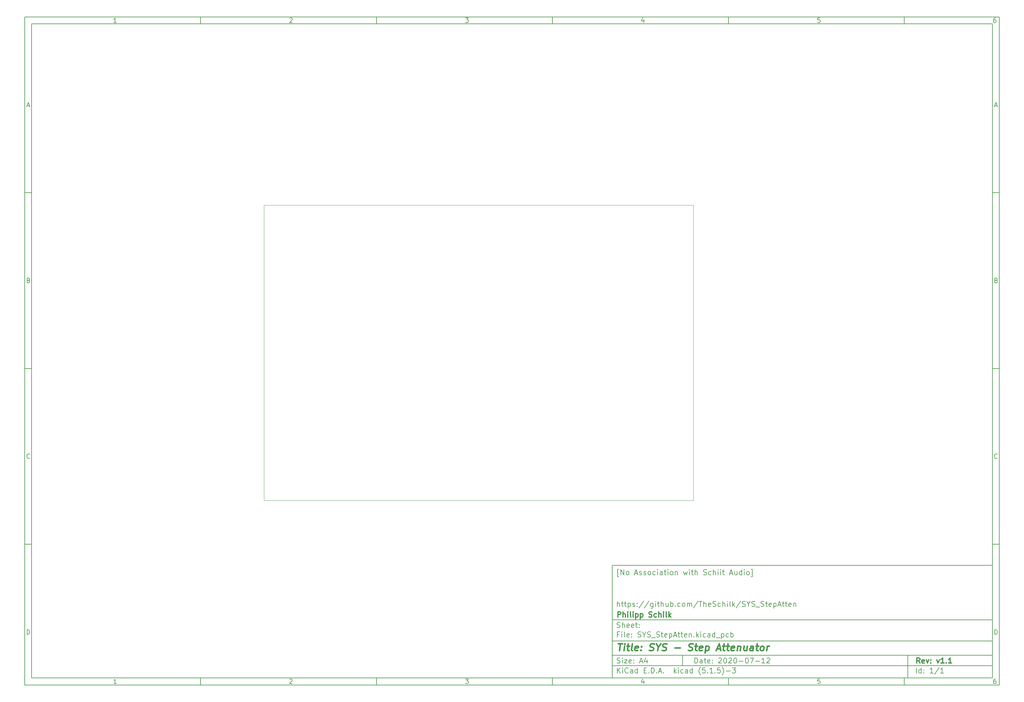
<source format=gbr>
G04 #@! TF.GenerationSoftware,KiCad,Pcbnew,(5.1.5)-3*
G04 #@! TF.CreationDate,2020-08-29T21:14:34+02:00*
G04 #@! TF.ProjectId,SYS_StepAtten,5359535f-5374-4657-9041-7474656e2e6b,v1.1*
G04 #@! TF.SameCoordinates,Original*
G04 #@! TF.FileFunction,Paste,Bot*
G04 #@! TF.FilePolarity,Positive*
%FSLAX46Y46*%
G04 Gerber Fmt 4.6, Leading zero omitted, Abs format (unit mm)*
G04 Created by KiCad (PCBNEW (5.1.5)-3) date 2020-08-29 21:14:34*
%MOMM*%
%LPD*%
G04 APERTURE LIST*
%ADD10C,0.100000*%
%ADD11C,0.150000*%
%ADD12C,0.300000*%
%ADD13C,0.400000*%
%ADD14C,0.050000*%
G04 APERTURE END LIST*
D10*
D11*
X177002200Y-166007200D02*
X177002200Y-198007200D01*
X285002200Y-198007200D01*
X285002200Y-166007200D01*
X177002200Y-166007200D01*
D10*
D11*
X10000000Y-10000000D02*
X10000000Y-200007200D01*
X287002200Y-200007200D01*
X287002200Y-10000000D01*
X10000000Y-10000000D01*
D10*
D11*
X12000000Y-12000000D02*
X12000000Y-198007200D01*
X285002200Y-198007200D01*
X285002200Y-12000000D01*
X12000000Y-12000000D01*
D10*
D11*
X60000000Y-12000000D02*
X60000000Y-10000000D01*
D10*
D11*
X110000000Y-12000000D02*
X110000000Y-10000000D01*
D10*
D11*
X160000000Y-12000000D02*
X160000000Y-10000000D01*
D10*
D11*
X210000000Y-12000000D02*
X210000000Y-10000000D01*
D10*
D11*
X260000000Y-12000000D02*
X260000000Y-10000000D01*
D10*
D11*
X36065476Y-11588095D02*
X35322619Y-11588095D01*
X35694047Y-11588095D02*
X35694047Y-10288095D01*
X35570238Y-10473809D01*
X35446428Y-10597619D01*
X35322619Y-10659523D01*
D10*
D11*
X85322619Y-10411904D02*
X85384523Y-10350000D01*
X85508333Y-10288095D01*
X85817857Y-10288095D01*
X85941666Y-10350000D01*
X86003571Y-10411904D01*
X86065476Y-10535714D01*
X86065476Y-10659523D01*
X86003571Y-10845238D01*
X85260714Y-11588095D01*
X86065476Y-11588095D01*
D10*
D11*
X135260714Y-10288095D02*
X136065476Y-10288095D01*
X135632142Y-10783333D01*
X135817857Y-10783333D01*
X135941666Y-10845238D01*
X136003571Y-10907142D01*
X136065476Y-11030952D01*
X136065476Y-11340476D01*
X136003571Y-11464285D01*
X135941666Y-11526190D01*
X135817857Y-11588095D01*
X135446428Y-11588095D01*
X135322619Y-11526190D01*
X135260714Y-11464285D01*
D10*
D11*
X185941666Y-10721428D02*
X185941666Y-11588095D01*
X185632142Y-10226190D02*
X185322619Y-11154761D01*
X186127380Y-11154761D01*
D10*
D11*
X236003571Y-10288095D02*
X235384523Y-10288095D01*
X235322619Y-10907142D01*
X235384523Y-10845238D01*
X235508333Y-10783333D01*
X235817857Y-10783333D01*
X235941666Y-10845238D01*
X236003571Y-10907142D01*
X236065476Y-11030952D01*
X236065476Y-11340476D01*
X236003571Y-11464285D01*
X235941666Y-11526190D01*
X235817857Y-11588095D01*
X235508333Y-11588095D01*
X235384523Y-11526190D01*
X235322619Y-11464285D01*
D10*
D11*
X285941666Y-10288095D02*
X285694047Y-10288095D01*
X285570238Y-10350000D01*
X285508333Y-10411904D01*
X285384523Y-10597619D01*
X285322619Y-10845238D01*
X285322619Y-11340476D01*
X285384523Y-11464285D01*
X285446428Y-11526190D01*
X285570238Y-11588095D01*
X285817857Y-11588095D01*
X285941666Y-11526190D01*
X286003571Y-11464285D01*
X286065476Y-11340476D01*
X286065476Y-11030952D01*
X286003571Y-10907142D01*
X285941666Y-10845238D01*
X285817857Y-10783333D01*
X285570238Y-10783333D01*
X285446428Y-10845238D01*
X285384523Y-10907142D01*
X285322619Y-11030952D01*
D10*
D11*
X60000000Y-198007200D02*
X60000000Y-200007200D01*
D10*
D11*
X110000000Y-198007200D02*
X110000000Y-200007200D01*
D10*
D11*
X160000000Y-198007200D02*
X160000000Y-200007200D01*
D10*
D11*
X210000000Y-198007200D02*
X210000000Y-200007200D01*
D10*
D11*
X260000000Y-198007200D02*
X260000000Y-200007200D01*
D10*
D11*
X36065476Y-199595295D02*
X35322619Y-199595295D01*
X35694047Y-199595295D02*
X35694047Y-198295295D01*
X35570238Y-198481009D01*
X35446428Y-198604819D01*
X35322619Y-198666723D01*
D10*
D11*
X85322619Y-198419104D02*
X85384523Y-198357200D01*
X85508333Y-198295295D01*
X85817857Y-198295295D01*
X85941666Y-198357200D01*
X86003571Y-198419104D01*
X86065476Y-198542914D01*
X86065476Y-198666723D01*
X86003571Y-198852438D01*
X85260714Y-199595295D01*
X86065476Y-199595295D01*
D10*
D11*
X135260714Y-198295295D02*
X136065476Y-198295295D01*
X135632142Y-198790533D01*
X135817857Y-198790533D01*
X135941666Y-198852438D01*
X136003571Y-198914342D01*
X136065476Y-199038152D01*
X136065476Y-199347676D01*
X136003571Y-199471485D01*
X135941666Y-199533390D01*
X135817857Y-199595295D01*
X135446428Y-199595295D01*
X135322619Y-199533390D01*
X135260714Y-199471485D01*
D10*
D11*
X185941666Y-198728628D02*
X185941666Y-199595295D01*
X185632142Y-198233390D02*
X185322619Y-199161961D01*
X186127380Y-199161961D01*
D10*
D11*
X236003571Y-198295295D02*
X235384523Y-198295295D01*
X235322619Y-198914342D01*
X235384523Y-198852438D01*
X235508333Y-198790533D01*
X235817857Y-198790533D01*
X235941666Y-198852438D01*
X236003571Y-198914342D01*
X236065476Y-199038152D01*
X236065476Y-199347676D01*
X236003571Y-199471485D01*
X235941666Y-199533390D01*
X235817857Y-199595295D01*
X235508333Y-199595295D01*
X235384523Y-199533390D01*
X235322619Y-199471485D01*
D10*
D11*
X285941666Y-198295295D02*
X285694047Y-198295295D01*
X285570238Y-198357200D01*
X285508333Y-198419104D01*
X285384523Y-198604819D01*
X285322619Y-198852438D01*
X285322619Y-199347676D01*
X285384523Y-199471485D01*
X285446428Y-199533390D01*
X285570238Y-199595295D01*
X285817857Y-199595295D01*
X285941666Y-199533390D01*
X286003571Y-199471485D01*
X286065476Y-199347676D01*
X286065476Y-199038152D01*
X286003571Y-198914342D01*
X285941666Y-198852438D01*
X285817857Y-198790533D01*
X285570238Y-198790533D01*
X285446428Y-198852438D01*
X285384523Y-198914342D01*
X285322619Y-199038152D01*
D10*
D11*
X10000000Y-60000000D02*
X12000000Y-60000000D01*
D10*
D11*
X10000000Y-110000000D02*
X12000000Y-110000000D01*
D10*
D11*
X10000000Y-160000000D02*
X12000000Y-160000000D01*
D10*
D11*
X10690476Y-35216666D02*
X11309523Y-35216666D01*
X10566666Y-35588095D02*
X11000000Y-34288095D01*
X11433333Y-35588095D01*
D10*
D11*
X11092857Y-84907142D02*
X11278571Y-84969047D01*
X11340476Y-85030952D01*
X11402380Y-85154761D01*
X11402380Y-85340476D01*
X11340476Y-85464285D01*
X11278571Y-85526190D01*
X11154761Y-85588095D01*
X10659523Y-85588095D01*
X10659523Y-84288095D01*
X11092857Y-84288095D01*
X11216666Y-84350000D01*
X11278571Y-84411904D01*
X11340476Y-84535714D01*
X11340476Y-84659523D01*
X11278571Y-84783333D01*
X11216666Y-84845238D01*
X11092857Y-84907142D01*
X10659523Y-84907142D01*
D10*
D11*
X11402380Y-135464285D02*
X11340476Y-135526190D01*
X11154761Y-135588095D01*
X11030952Y-135588095D01*
X10845238Y-135526190D01*
X10721428Y-135402380D01*
X10659523Y-135278571D01*
X10597619Y-135030952D01*
X10597619Y-134845238D01*
X10659523Y-134597619D01*
X10721428Y-134473809D01*
X10845238Y-134350000D01*
X11030952Y-134288095D01*
X11154761Y-134288095D01*
X11340476Y-134350000D01*
X11402380Y-134411904D01*
D10*
D11*
X10659523Y-185588095D02*
X10659523Y-184288095D01*
X10969047Y-184288095D01*
X11154761Y-184350000D01*
X11278571Y-184473809D01*
X11340476Y-184597619D01*
X11402380Y-184845238D01*
X11402380Y-185030952D01*
X11340476Y-185278571D01*
X11278571Y-185402380D01*
X11154761Y-185526190D01*
X10969047Y-185588095D01*
X10659523Y-185588095D01*
D10*
D11*
X287002200Y-60000000D02*
X285002200Y-60000000D01*
D10*
D11*
X287002200Y-110000000D02*
X285002200Y-110000000D01*
D10*
D11*
X287002200Y-160000000D02*
X285002200Y-160000000D01*
D10*
D11*
X285692676Y-35216666D02*
X286311723Y-35216666D01*
X285568866Y-35588095D02*
X286002200Y-34288095D01*
X286435533Y-35588095D01*
D10*
D11*
X286095057Y-84907142D02*
X286280771Y-84969047D01*
X286342676Y-85030952D01*
X286404580Y-85154761D01*
X286404580Y-85340476D01*
X286342676Y-85464285D01*
X286280771Y-85526190D01*
X286156961Y-85588095D01*
X285661723Y-85588095D01*
X285661723Y-84288095D01*
X286095057Y-84288095D01*
X286218866Y-84350000D01*
X286280771Y-84411904D01*
X286342676Y-84535714D01*
X286342676Y-84659523D01*
X286280771Y-84783333D01*
X286218866Y-84845238D01*
X286095057Y-84907142D01*
X285661723Y-84907142D01*
D10*
D11*
X286404580Y-135464285D02*
X286342676Y-135526190D01*
X286156961Y-135588095D01*
X286033152Y-135588095D01*
X285847438Y-135526190D01*
X285723628Y-135402380D01*
X285661723Y-135278571D01*
X285599819Y-135030952D01*
X285599819Y-134845238D01*
X285661723Y-134597619D01*
X285723628Y-134473809D01*
X285847438Y-134350000D01*
X286033152Y-134288095D01*
X286156961Y-134288095D01*
X286342676Y-134350000D01*
X286404580Y-134411904D01*
D10*
D11*
X285661723Y-185588095D02*
X285661723Y-184288095D01*
X285971247Y-184288095D01*
X286156961Y-184350000D01*
X286280771Y-184473809D01*
X286342676Y-184597619D01*
X286404580Y-184845238D01*
X286404580Y-185030952D01*
X286342676Y-185278571D01*
X286280771Y-185402380D01*
X286156961Y-185526190D01*
X285971247Y-185588095D01*
X285661723Y-185588095D01*
D10*
D11*
X200434342Y-193785771D02*
X200434342Y-192285771D01*
X200791485Y-192285771D01*
X201005771Y-192357200D01*
X201148628Y-192500057D01*
X201220057Y-192642914D01*
X201291485Y-192928628D01*
X201291485Y-193142914D01*
X201220057Y-193428628D01*
X201148628Y-193571485D01*
X201005771Y-193714342D01*
X200791485Y-193785771D01*
X200434342Y-193785771D01*
X202577200Y-193785771D02*
X202577200Y-193000057D01*
X202505771Y-192857200D01*
X202362914Y-192785771D01*
X202077200Y-192785771D01*
X201934342Y-192857200D01*
X202577200Y-193714342D02*
X202434342Y-193785771D01*
X202077200Y-193785771D01*
X201934342Y-193714342D01*
X201862914Y-193571485D01*
X201862914Y-193428628D01*
X201934342Y-193285771D01*
X202077200Y-193214342D01*
X202434342Y-193214342D01*
X202577200Y-193142914D01*
X203077200Y-192785771D02*
X203648628Y-192785771D01*
X203291485Y-192285771D02*
X203291485Y-193571485D01*
X203362914Y-193714342D01*
X203505771Y-193785771D01*
X203648628Y-193785771D01*
X204720057Y-193714342D02*
X204577200Y-193785771D01*
X204291485Y-193785771D01*
X204148628Y-193714342D01*
X204077200Y-193571485D01*
X204077200Y-193000057D01*
X204148628Y-192857200D01*
X204291485Y-192785771D01*
X204577200Y-192785771D01*
X204720057Y-192857200D01*
X204791485Y-193000057D01*
X204791485Y-193142914D01*
X204077200Y-193285771D01*
X205434342Y-193642914D02*
X205505771Y-193714342D01*
X205434342Y-193785771D01*
X205362914Y-193714342D01*
X205434342Y-193642914D01*
X205434342Y-193785771D01*
X205434342Y-192857200D02*
X205505771Y-192928628D01*
X205434342Y-193000057D01*
X205362914Y-192928628D01*
X205434342Y-192857200D01*
X205434342Y-193000057D01*
X207220057Y-192428628D02*
X207291485Y-192357200D01*
X207434342Y-192285771D01*
X207791485Y-192285771D01*
X207934342Y-192357200D01*
X208005771Y-192428628D01*
X208077200Y-192571485D01*
X208077200Y-192714342D01*
X208005771Y-192928628D01*
X207148628Y-193785771D01*
X208077200Y-193785771D01*
X209005771Y-192285771D02*
X209148628Y-192285771D01*
X209291485Y-192357200D01*
X209362914Y-192428628D01*
X209434342Y-192571485D01*
X209505771Y-192857200D01*
X209505771Y-193214342D01*
X209434342Y-193500057D01*
X209362914Y-193642914D01*
X209291485Y-193714342D01*
X209148628Y-193785771D01*
X209005771Y-193785771D01*
X208862914Y-193714342D01*
X208791485Y-193642914D01*
X208720057Y-193500057D01*
X208648628Y-193214342D01*
X208648628Y-192857200D01*
X208720057Y-192571485D01*
X208791485Y-192428628D01*
X208862914Y-192357200D01*
X209005771Y-192285771D01*
X210077200Y-192428628D02*
X210148628Y-192357200D01*
X210291485Y-192285771D01*
X210648628Y-192285771D01*
X210791485Y-192357200D01*
X210862914Y-192428628D01*
X210934342Y-192571485D01*
X210934342Y-192714342D01*
X210862914Y-192928628D01*
X210005771Y-193785771D01*
X210934342Y-193785771D01*
X211862914Y-192285771D02*
X212005771Y-192285771D01*
X212148628Y-192357200D01*
X212220057Y-192428628D01*
X212291485Y-192571485D01*
X212362914Y-192857200D01*
X212362914Y-193214342D01*
X212291485Y-193500057D01*
X212220057Y-193642914D01*
X212148628Y-193714342D01*
X212005771Y-193785771D01*
X211862914Y-193785771D01*
X211720057Y-193714342D01*
X211648628Y-193642914D01*
X211577200Y-193500057D01*
X211505771Y-193214342D01*
X211505771Y-192857200D01*
X211577200Y-192571485D01*
X211648628Y-192428628D01*
X211720057Y-192357200D01*
X211862914Y-192285771D01*
X213005771Y-193214342D02*
X214148628Y-193214342D01*
X215148628Y-192285771D02*
X215291485Y-192285771D01*
X215434342Y-192357200D01*
X215505771Y-192428628D01*
X215577200Y-192571485D01*
X215648628Y-192857200D01*
X215648628Y-193214342D01*
X215577200Y-193500057D01*
X215505771Y-193642914D01*
X215434342Y-193714342D01*
X215291485Y-193785771D01*
X215148628Y-193785771D01*
X215005771Y-193714342D01*
X214934342Y-193642914D01*
X214862914Y-193500057D01*
X214791485Y-193214342D01*
X214791485Y-192857200D01*
X214862914Y-192571485D01*
X214934342Y-192428628D01*
X215005771Y-192357200D01*
X215148628Y-192285771D01*
X216148628Y-192285771D02*
X217148628Y-192285771D01*
X216505771Y-193785771D01*
X217720057Y-193214342D02*
X218862914Y-193214342D01*
X220362914Y-193785771D02*
X219505771Y-193785771D01*
X219934342Y-193785771D02*
X219934342Y-192285771D01*
X219791485Y-192500057D01*
X219648628Y-192642914D01*
X219505771Y-192714342D01*
X220934342Y-192428628D02*
X221005771Y-192357200D01*
X221148628Y-192285771D01*
X221505771Y-192285771D01*
X221648628Y-192357200D01*
X221720057Y-192428628D01*
X221791485Y-192571485D01*
X221791485Y-192714342D01*
X221720057Y-192928628D01*
X220862914Y-193785771D01*
X221791485Y-193785771D01*
D10*
D11*
X177002200Y-194507200D02*
X285002200Y-194507200D01*
D10*
D11*
X178434342Y-196585771D02*
X178434342Y-195085771D01*
X179291485Y-196585771D02*
X178648628Y-195728628D01*
X179291485Y-195085771D02*
X178434342Y-195942914D01*
X179934342Y-196585771D02*
X179934342Y-195585771D01*
X179934342Y-195085771D02*
X179862914Y-195157200D01*
X179934342Y-195228628D01*
X180005771Y-195157200D01*
X179934342Y-195085771D01*
X179934342Y-195228628D01*
X181505771Y-196442914D02*
X181434342Y-196514342D01*
X181220057Y-196585771D01*
X181077200Y-196585771D01*
X180862914Y-196514342D01*
X180720057Y-196371485D01*
X180648628Y-196228628D01*
X180577200Y-195942914D01*
X180577200Y-195728628D01*
X180648628Y-195442914D01*
X180720057Y-195300057D01*
X180862914Y-195157200D01*
X181077200Y-195085771D01*
X181220057Y-195085771D01*
X181434342Y-195157200D01*
X181505771Y-195228628D01*
X182791485Y-196585771D02*
X182791485Y-195800057D01*
X182720057Y-195657200D01*
X182577200Y-195585771D01*
X182291485Y-195585771D01*
X182148628Y-195657200D01*
X182791485Y-196514342D02*
X182648628Y-196585771D01*
X182291485Y-196585771D01*
X182148628Y-196514342D01*
X182077200Y-196371485D01*
X182077200Y-196228628D01*
X182148628Y-196085771D01*
X182291485Y-196014342D01*
X182648628Y-196014342D01*
X182791485Y-195942914D01*
X184148628Y-196585771D02*
X184148628Y-195085771D01*
X184148628Y-196514342D02*
X184005771Y-196585771D01*
X183720057Y-196585771D01*
X183577200Y-196514342D01*
X183505771Y-196442914D01*
X183434342Y-196300057D01*
X183434342Y-195871485D01*
X183505771Y-195728628D01*
X183577200Y-195657200D01*
X183720057Y-195585771D01*
X184005771Y-195585771D01*
X184148628Y-195657200D01*
X186005771Y-195800057D02*
X186505771Y-195800057D01*
X186720057Y-196585771D02*
X186005771Y-196585771D01*
X186005771Y-195085771D01*
X186720057Y-195085771D01*
X187362914Y-196442914D02*
X187434342Y-196514342D01*
X187362914Y-196585771D01*
X187291485Y-196514342D01*
X187362914Y-196442914D01*
X187362914Y-196585771D01*
X188077200Y-196585771D02*
X188077200Y-195085771D01*
X188434342Y-195085771D01*
X188648628Y-195157200D01*
X188791485Y-195300057D01*
X188862914Y-195442914D01*
X188934342Y-195728628D01*
X188934342Y-195942914D01*
X188862914Y-196228628D01*
X188791485Y-196371485D01*
X188648628Y-196514342D01*
X188434342Y-196585771D01*
X188077200Y-196585771D01*
X189577200Y-196442914D02*
X189648628Y-196514342D01*
X189577200Y-196585771D01*
X189505771Y-196514342D01*
X189577200Y-196442914D01*
X189577200Y-196585771D01*
X190220057Y-196157200D02*
X190934342Y-196157200D01*
X190077200Y-196585771D02*
X190577200Y-195085771D01*
X191077200Y-196585771D01*
X191577200Y-196442914D02*
X191648628Y-196514342D01*
X191577200Y-196585771D01*
X191505771Y-196514342D01*
X191577200Y-196442914D01*
X191577200Y-196585771D01*
X194577200Y-196585771D02*
X194577200Y-195085771D01*
X194720057Y-196014342D02*
X195148628Y-196585771D01*
X195148628Y-195585771D02*
X194577200Y-196157200D01*
X195791485Y-196585771D02*
X195791485Y-195585771D01*
X195791485Y-195085771D02*
X195720057Y-195157200D01*
X195791485Y-195228628D01*
X195862914Y-195157200D01*
X195791485Y-195085771D01*
X195791485Y-195228628D01*
X197148628Y-196514342D02*
X197005771Y-196585771D01*
X196720057Y-196585771D01*
X196577200Y-196514342D01*
X196505771Y-196442914D01*
X196434342Y-196300057D01*
X196434342Y-195871485D01*
X196505771Y-195728628D01*
X196577200Y-195657200D01*
X196720057Y-195585771D01*
X197005771Y-195585771D01*
X197148628Y-195657200D01*
X198434342Y-196585771D02*
X198434342Y-195800057D01*
X198362914Y-195657200D01*
X198220057Y-195585771D01*
X197934342Y-195585771D01*
X197791485Y-195657200D01*
X198434342Y-196514342D02*
X198291485Y-196585771D01*
X197934342Y-196585771D01*
X197791485Y-196514342D01*
X197720057Y-196371485D01*
X197720057Y-196228628D01*
X197791485Y-196085771D01*
X197934342Y-196014342D01*
X198291485Y-196014342D01*
X198434342Y-195942914D01*
X199791485Y-196585771D02*
X199791485Y-195085771D01*
X199791485Y-196514342D02*
X199648628Y-196585771D01*
X199362914Y-196585771D01*
X199220057Y-196514342D01*
X199148628Y-196442914D01*
X199077200Y-196300057D01*
X199077200Y-195871485D01*
X199148628Y-195728628D01*
X199220057Y-195657200D01*
X199362914Y-195585771D01*
X199648628Y-195585771D01*
X199791485Y-195657200D01*
X202077200Y-197157200D02*
X202005771Y-197085771D01*
X201862914Y-196871485D01*
X201791485Y-196728628D01*
X201720057Y-196514342D01*
X201648628Y-196157200D01*
X201648628Y-195871485D01*
X201720057Y-195514342D01*
X201791485Y-195300057D01*
X201862914Y-195157200D01*
X202005771Y-194942914D01*
X202077200Y-194871485D01*
X203362914Y-195085771D02*
X202648628Y-195085771D01*
X202577200Y-195800057D01*
X202648628Y-195728628D01*
X202791485Y-195657200D01*
X203148628Y-195657200D01*
X203291485Y-195728628D01*
X203362914Y-195800057D01*
X203434342Y-195942914D01*
X203434342Y-196300057D01*
X203362914Y-196442914D01*
X203291485Y-196514342D01*
X203148628Y-196585771D01*
X202791485Y-196585771D01*
X202648628Y-196514342D01*
X202577200Y-196442914D01*
X204077200Y-196442914D02*
X204148628Y-196514342D01*
X204077200Y-196585771D01*
X204005771Y-196514342D01*
X204077200Y-196442914D01*
X204077200Y-196585771D01*
X205577200Y-196585771D02*
X204720057Y-196585771D01*
X205148628Y-196585771D02*
X205148628Y-195085771D01*
X205005771Y-195300057D01*
X204862914Y-195442914D01*
X204720057Y-195514342D01*
X206220057Y-196442914D02*
X206291485Y-196514342D01*
X206220057Y-196585771D01*
X206148628Y-196514342D01*
X206220057Y-196442914D01*
X206220057Y-196585771D01*
X207648628Y-195085771D02*
X206934342Y-195085771D01*
X206862914Y-195800057D01*
X206934342Y-195728628D01*
X207077200Y-195657200D01*
X207434342Y-195657200D01*
X207577200Y-195728628D01*
X207648628Y-195800057D01*
X207720057Y-195942914D01*
X207720057Y-196300057D01*
X207648628Y-196442914D01*
X207577200Y-196514342D01*
X207434342Y-196585771D01*
X207077200Y-196585771D01*
X206934342Y-196514342D01*
X206862914Y-196442914D01*
X208220057Y-197157200D02*
X208291485Y-197085771D01*
X208434342Y-196871485D01*
X208505771Y-196728628D01*
X208577200Y-196514342D01*
X208648628Y-196157200D01*
X208648628Y-195871485D01*
X208577200Y-195514342D01*
X208505771Y-195300057D01*
X208434342Y-195157200D01*
X208291485Y-194942914D01*
X208220057Y-194871485D01*
X209362914Y-196014342D02*
X210505771Y-196014342D01*
X211077200Y-195085771D02*
X212005771Y-195085771D01*
X211505771Y-195657200D01*
X211720057Y-195657200D01*
X211862914Y-195728628D01*
X211934342Y-195800057D01*
X212005771Y-195942914D01*
X212005771Y-196300057D01*
X211934342Y-196442914D01*
X211862914Y-196514342D01*
X211720057Y-196585771D01*
X211291485Y-196585771D01*
X211148628Y-196514342D01*
X211077200Y-196442914D01*
D10*
D11*
X177002200Y-191507200D02*
X285002200Y-191507200D01*
D10*
D12*
X264411485Y-193785771D02*
X263911485Y-193071485D01*
X263554342Y-193785771D02*
X263554342Y-192285771D01*
X264125771Y-192285771D01*
X264268628Y-192357200D01*
X264340057Y-192428628D01*
X264411485Y-192571485D01*
X264411485Y-192785771D01*
X264340057Y-192928628D01*
X264268628Y-193000057D01*
X264125771Y-193071485D01*
X263554342Y-193071485D01*
X265625771Y-193714342D02*
X265482914Y-193785771D01*
X265197200Y-193785771D01*
X265054342Y-193714342D01*
X264982914Y-193571485D01*
X264982914Y-193000057D01*
X265054342Y-192857200D01*
X265197200Y-192785771D01*
X265482914Y-192785771D01*
X265625771Y-192857200D01*
X265697200Y-193000057D01*
X265697200Y-193142914D01*
X264982914Y-193285771D01*
X266197200Y-192785771D02*
X266554342Y-193785771D01*
X266911485Y-192785771D01*
X267482914Y-193642914D02*
X267554342Y-193714342D01*
X267482914Y-193785771D01*
X267411485Y-193714342D01*
X267482914Y-193642914D01*
X267482914Y-193785771D01*
X267482914Y-192857200D02*
X267554342Y-192928628D01*
X267482914Y-193000057D01*
X267411485Y-192928628D01*
X267482914Y-192857200D01*
X267482914Y-193000057D01*
X269197200Y-192785771D02*
X269554342Y-193785771D01*
X269911485Y-192785771D01*
X271268628Y-193785771D02*
X270411485Y-193785771D01*
X270840057Y-193785771D02*
X270840057Y-192285771D01*
X270697200Y-192500057D01*
X270554342Y-192642914D01*
X270411485Y-192714342D01*
X271911485Y-193642914D02*
X271982914Y-193714342D01*
X271911485Y-193785771D01*
X271840057Y-193714342D01*
X271911485Y-193642914D01*
X271911485Y-193785771D01*
X273411485Y-193785771D02*
X272554342Y-193785771D01*
X272982914Y-193785771D02*
X272982914Y-192285771D01*
X272840057Y-192500057D01*
X272697200Y-192642914D01*
X272554342Y-192714342D01*
D10*
D11*
X178362914Y-193714342D02*
X178577200Y-193785771D01*
X178934342Y-193785771D01*
X179077200Y-193714342D01*
X179148628Y-193642914D01*
X179220057Y-193500057D01*
X179220057Y-193357200D01*
X179148628Y-193214342D01*
X179077200Y-193142914D01*
X178934342Y-193071485D01*
X178648628Y-193000057D01*
X178505771Y-192928628D01*
X178434342Y-192857200D01*
X178362914Y-192714342D01*
X178362914Y-192571485D01*
X178434342Y-192428628D01*
X178505771Y-192357200D01*
X178648628Y-192285771D01*
X179005771Y-192285771D01*
X179220057Y-192357200D01*
X179862914Y-193785771D02*
X179862914Y-192785771D01*
X179862914Y-192285771D02*
X179791485Y-192357200D01*
X179862914Y-192428628D01*
X179934342Y-192357200D01*
X179862914Y-192285771D01*
X179862914Y-192428628D01*
X180434342Y-192785771D02*
X181220057Y-192785771D01*
X180434342Y-193785771D01*
X181220057Y-193785771D01*
X182362914Y-193714342D02*
X182220057Y-193785771D01*
X181934342Y-193785771D01*
X181791485Y-193714342D01*
X181720057Y-193571485D01*
X181720057Y-193000057D01*
X181791485Y-192857200D01*
X181934342Y-192785771D01*
X182220057Y-192785771D01*
X182362914Y-192857200D01*
X182434342Y-193000057D01*
X182434342Y-193142914D01*
X181720057Y-193285771D01*
X183077200Y-193642914D02*
X183148628Y-193714342D01*
X183077200Y-193785771D01*
X183005771Y-193714342D01*
X183077200Y-193642914D01*
X183077200Y-193785771D01*
X183077200Y-192857200D02*
X183148628Y-192928628D01*
X183077200Y-193000057D01*
X183005771Y-192928628D01*
X183077200Y-192857200D01*
X183077200Y-193000057D01*
X184862914Y-193357200D02*
X185577200Y-193357200D01*
X184720057Y-193785771D02*
X185220057Y-192285771D01*
X185720057Y-193785771D01*
X186862914Y-192785771D02*
X186862914Y-193785771D01*
X186505771Y-192214342D02*
X186148628Y-193285771D01*
X187077200Y-193285771D01*
D10*
D11*
X263434342Y-196585771D02*
X263434342Y-195085771D01*
X264791485Y-196585771D02*
X264791485Y-195085771D01*
X264791485Y-196514342D02*
X264648628Y-196585771D01*
X264362914Y-196585771D01*
X264220057Y-196514342D01*
X264148628Y-196442914D01*
X264077200Y-196300057D01*
X264077200Y-195871485D01*
X264148628Y-195728628D01*
X264220057Y-195657200D01*
X264362914Y-195585771D01*
X264648628Y-195585771D01*
X264791485Y-195657200D01*
X265505771Y-196442914D02*
X265577200Y-196514342D01*
X265505771Y-196585771D01*
X265434342Y-196514342D01*
X265505771Y-196442914D01*
X265505771Y-196585771D01*
X265505771Y-195657200D02*
X265577200Y-195728628D01*
X265505771Y-195800057D01*
X265434342Y-195728628D01*
X265505771Y-195657200D01*
X265505771Y-195800057D01*
X268148628Y-196585771D02*
X267291485Y-196585771D01*
X267720057Y-196585771D02*
X267720057Y-195085771D01*
X267577200Y-195300057D01*
X267434342Y-195442914D01*
X267291485Y-195514342D01*
X269862914Y-195014342D02*
X268577200Y-196942914D01*
X271148628Y-196585771D02*
X270291485Y-196585771D01*
X270720057Y-196585771D02*
X270720057Y-195085771D01*
X270577200Y-195300057D01*
X270434342Y-195442914D01*
X270291485Y-195514342D01*
D10*
D11*
X177002200Y-187507200D02*
X285002200Y-187507200D01*
D10*
D13*
X178714580Y-188211961D02*
X179857438Y-188211961D01*
X179036009Y-190211961D02*
X179286009Y-188211961D01*
X180274104Y-190211961D02*
X180440771Y-188878628D01*
X180524104Y-188211961D02*
X180416961Y-188307200D01*
X180500295Y-188402438D01*
X180607438Y-188307200D01*
X180524104Y-188211961D01*
X180500295Y-188402438D01*
X181107438Y-188878628D02*
X181869342Y-188878628D01*
X181476485Y-188211961D02*
X181262200Y-189926247D01*
X181333628Y-190116723D01*
X181512200Y-190211961D01*
X181702676Y-190211961D01*
X182655057Y-190211961D02*
X182476485Y-190116723D01*
X182405057Y-189926247D01*
X182619342Y-188211961D01*
X184190771Y-190116723D02*
X183988390Y-190211961D01*
X183607438Y-190211961D01*
X183428866Y-190116723D01*
X183357438Y-189926247D01*
X183452676Y-189164342D01*
X183571723Y-188973866D01*
X183774104Y-188878628D01*
X184155057Y-188878628D01*
X184333628Y-188973866D01*
X184405057Y-189164342D01*
X184381247Y-189354819D01*
X183405057Y-189545295D01*
X185155057Y-190021485D02*
X185238390Y-190116723D01*
X185131247Y-190211961D01*
X185047914Y-190116723D01*
X185155057Y-190021485D01*
X185131247Y-190211961D01*
X185286009Y-188973866D02*
X185369342Y-189069104D01*
X185262200Y-189164342D01*
X185178866Y-189069104D01*
X185286009Y-188973866D01*
X185262200Y-189164342D01*
X187524104Y-190116723D02*
X187797914Y-190211961D01*
X188274104Y-190211961D01*
X188476485Y-190116723D01*
X188583628Y-190021485D01*
X188702676Y-189831009D01*
X188726485Y-189640533D01*
X188655057Y-189450057D01*
X188571723Y-189354819D01*
X188393152Y-189259580D01*
X188024104Y-189164342D01*
X187845533Y-189069104D01*
X187762200Y-188973866D01*
X187690771Y-188783390D01*
X187714580Y-188592914D01*
X187833628Y-188402438D01*
X187940771Y-188307200D01*
X188143152Y-188211961D01*
X188619342Y-188211961D01*
X188893152Y-188307200D01*
X190012200Y-189259580D02*
X189893152Y-190211961D01*
X189476485Y-188211961D02*
X190012200Y-189259580D01*
X190809819Y-188211961D01*
X191143152Y-190116723D02*
X191416961Y-190211961D01*
X191893152Y-190211961D01*
X192095533Y-190116723D01*
X192202676Y-190021485D01*
X192321723Y-189831009D01*
X192345533Y-189640533D01*
X192274104Y-189450057D01*
X192190771Y-189354819D01*
X192012200Y-189259580D01*
X191643152Y-189164342D01*
X191464580Y-189069104D01*
X191381247Y-188973866D01*
X191309819Y-188783390D01*
X191333628Y-188592914D01*
X191452676Y-188402438D01*
X191559819Y-188307200D01*
X191762200Y-188211961D01*
X192238390Y-188211961D01*
X192512200Y-188307200D01*
X194750295Y-189450057D02*
X196274104Y-189450057D01*
X198571723Y-190116723D02*
X198845533Y-190211961D01*
X199321723Y-190211961D01*
X199524104Y-190116723D01*
X199631247Y-190021485D01*
X199750295Y-189831009D01*
X199774104Y-189640533D01*
X199702676Y-189450057D01*
X199619342Y-189354819D01*
X199440771Y-189259580D01*
X199071723Y-189164342D01*
X198893152Y-189069104D01*
X198809819Y-188973866D01*
X198738390Y-188783390D01*
X198762200Y-188592914D01*
X198881247Y-188402438D01*
X198988390Y-188307200D01*
X199190771Y-188211961D01*
X199666961Y-188211961D01*
X199940771Y-188307200D01*
X200440771Y-188878628D02*
X201202676Y-188878628D01*
X200809819Y-188211961D02*
X200595533Y-189926247D01*
X200666961Y-190116723D01*
X200845533Y-190211961D01*
X201036009Y-190211961D01*
X202476485Y-190116723D02*
X202274104Y-190211961D01*
X201893152Y-190211961D01*
X201714580Y-190116723D01*
X201643152Y-189926247D01*
X201738390Y-189164342D01*
X201857438Y-188973866D01*
X202059819Y-188878628D01*
X202440771Y-188878628D01*
X202619342Y-188973866D01*
X202690771Y-189164342D01*
X202666961Y-189354819D01*
X201690771Y-189545295D01*
X203583628Y-188878628D02*
X203333628Y-190878628D01*
X203571723Y-188973866D02*
X203774104Y-188878628D01*
X204155057Y-188878628D01*
X204333628Y-188973866D01*
X204416961Y-189069104D01*
X204488390Y-189259580D01*
X204416961Y-189831009D01*
X204297914Y-190021485D01*
X204190771Y-190116723D01*
X203988390Y-190211961D01*
X203607438Y-190211961D01*
X203428866Y-190116723D01*
X206726485Y-189640533D02*
X207678866Y-189640533D01*
X206464580Y-190211961D02*
X207381247Y-188211961D01*
X207797914Y-190211961D01*
X208345533Y-188878628D02*
X209107438Y-188878628D01*
X208714580Y-188211961D02*
X208500295Y-189926247D01*
X208571723Y-190116723D01*
X208750295Y-190211961D01*
X208940771Y-190211961D01*
X209488390Y-188878628D02*
X210250295Y-188878628D01*
X209857438Y-188211961D02*
X209643152Y-189926247D01*
X209714580Y-190116723D01*
X209893152Y-190211961D01*
X210083628Y-190211961D01*
X211524104Y-190116723D02*
X211321723Y-190211961D01*
X210940771Y-190211961D01*
X210762200Y-190116723D01*
X210690771Y-189926247D01*
X210786009Y-189164342D01*
X210905057Y-188973866D01*
X211107438Y-188878628D01*
X211488390Y-188878628D01*
X211666961Y-188973866D01*
X211738390Y-189164342D01*
X211714580Y-189354819D01*
X210738390Y-189545295D01*
X212631247Y-188878628D02*
X212464580Y-190211961D01*
X212607438Y-189069104D02*
X212714580Y-188973866D01*
X212916961Y-188878628D01*
X213202676Y-188878628D01*
X213381247Y-188973866D01*
X213452676Y-189164342D01*
X213321723Y-190211961D01*
X215297914Y-188878628D02*
X215131247Y-190211961D01*
X214440771Y-188878628D02*
X214309819Y-189926247D01*
X214381247Y-190116723D01*
X214559819Y-190211961D01*
X214845533Y-190211961D01*
X215047914Y-190116723D01*
X215155057Y-190021485D01*
X216940771Y-190211961D02*
X217071723Y-189164342D01*
X217000295Y-188973866D01*
X216821723Y-188878628D01*
X216440771Y-188878628D01*
X216238390Y-188973866D01*
X216952676Y-190116723D02*
X216750295Y-190211961D01*
X216274104Y-190211961D01*
X216095533Y-190116723D01*
X216024104Y-189926247D01*
X216047914Y-189735771D01*
X216166961Y-189545295D01*
X216369342Y-189450057D01*
X216845533Y-189450057D01*
X217047914Y-189354819D01*
X217774104Y-188878628D02*
X218536009Y-188878628D01*
X218143152Y-188211961D02*
X217928866Y-189926247D01*
X218000295Y-190116723D01*
X218178866Y-190211961D01*
X218369342Y-190211961D01*
X219321723Y-190211961D02*
X219143152Y-190116723D01*
X219059819Y-190021485D01*
X218988390Y-189831009D01*
X219059819Y-189259580D01*
X219178866Y-189069104D01*
X219286009Y-188973866D01*
X219488390Y-188878628D01*
X219774104Y-188878628D01*
X219952676Y-188973866D01*
X220036009Y-189069104D01*
X220107438Y-189259580D01*
X220036009Y-189831009D01*
X219916961Y-190021485D01*
X219809819Y-190116723D01*
X219607438Y-190211961D01*
X219321723Y-190211961D01*
X220845533Y-190211961D02*
X221012199Y-188878628D01*
X220964580Y-189259580D02*
X221083628Y-189069104D01*
X221190771Y-188973866D01*
X221393152Y-188878628D01*
X221583628Y-188878628D01*
D10*
D11*
X178934342Y-185600057D02*
X178434342Y-185600057D01*
X178434342Y-186385771D02*
X178434342Y-184885771D01*
X179148628Y-184885771D01*
X179720057Y-186385771D02*
X179720057Y-185385771D01*
X179720057Y-184885771D02*
X179648628Y-184957200D01*
X179720057Y-185028628D01*
X179791485Y-184957200D01*
X179720057Y-184885771D01*
X179720057Y-185028628D01*
X180648628Y-186385771D02*
X180505771Y-186314342D01*
X180434342Y-186171485D01*
X180434342Y-184885771D01*
X181791485Y-186314342D02*
X181648628Y-186385771D01*
X181362914Y-186385771D01*
X181220057Y-186314342D01*
X181148628Y-186171485D01*
X181148628Y-185600057D01*
X181220057Y-185457200D01*
X181362914Y-185385771D01*
X181648628Y-185385771D01*
X181791485Y-185457200D01*
X181862914Y-185600057D01*
X181862914Y-185742914D01*
X181148628Y-185885771D01*
X182505771Y-186242914D02*
X182577200Y-186314342D01*
X182505771Y-186385771D01*
X182434342Y-186314342D01*
X182505771Y-186242914D01*
X182505771Y-186385771D01*
X182505771Y-185457200D02*
X182577200Y-185528628D01*
X182505771Y-185600057D01*
X182434342Y-185528628D01*
X182505771Y-185457200D01*
X182505771Y-185600057D01*
X184291485Y-186314342D02*
X184505771Y-186385771D01*
X184862914Y-186385771D01*
X185005771Y-186314342D01*
X185077200Y-186242914D01*
X185148628Y-186100057D01*
X185148628Y-185957200D01*
X185077200Y-185814342D01*
X185005771Y-185742914D01*
X184862914Y-185671485D01*
X184577200Y-185600057D01*
X184434342Y-185528628D01*
X184362914Y-185457200D01*
X184291485Y-185314342D01*
X184291485Y-185171485D01*
X184362914Y-185028628D01*
X184434342Y-184957200D01*
X184577200Y-184885771D01*
X184934342Y-184885771D01*
X185148628Y-184957200D01*
X186077200Y-185671485D02*
X186077200Y-186385771D01*
X185577200Y-184885771D02*
X186077200Y-185671485D01*
X186577200Y-184885771D01*
X187005771Y-186314342D02*
X187220057Y-186385771D01*
X187577200Y-186385771D01*
X187720057Y-186314342D01*
X187791485Y-186242914D01*
X187862914Y-186100057D01*
X187862914Y-185957200D01*
X187791485Y-185814342D01*
X187720057Y-185742914D01*
X187577200Y-185671485D01*
X187291485Y-185600057D01*
X187148628Y-185528628D01*
X187077200Y-185457200D01*
X187005771Y-185314342D01*
X187005771Y-185171485D01*
X187077200Y-185028628D01*
X187148628Y-184957200D01*
X187291485Y-184885771D01*
X187648628Y-184885771D01*
X187862914Y-184957200D01*
X188148628Y-186528628D02*
X189291485Y-186528628D01*
X189577200Y-186314342D02*
X189791485Y-186385771D01*
X190148628Y-186385771D01*
X190291485Y-186314342D01*
X190362914Y-186242914D01*
X190434342Y-186100057D01*
X190434342Y-185957200D01*
X190362914Y-185814342D01*
X190291485Y-185742914D01*
X190148628Y-185671485D01*
X189862914Y-185600057D01*
X189720057Y-185528628D01*
X189648628Y-185457200D01*
X189577200Y-185314342D01*
X189577200Y-185171485D01*
X189648628Y-185028628D01*
X189720057Y-184957200D01*
X189862914Y-184885771D01*
X190220057Y-184885771D01*
X190434342Y-184957200D01*
X190862914Y-185385771D02*
X191434342Y-185385771D01*
X191077200Y-184885771D02*
X191077200Y-186171485D01*
X191148628Y-186314342D01*
X191291485Y-186385771D01*
X191434342Y-186385771D01*
X192505771Y-186314342D02*
X192362914Y-186385771D01*
X192077200Y-186385771D01*
X191934342Y-186314342D01*
X191862914Y-186171485D01*
X191862914Y-185600057D01*
X191934342Y-185457200D01*
X192077200Y-185385771D01*
X192362914Y-185385771D01*
X192505771Y-185457200D01*
X192577200Y-185600057D01*
X192577200Y-185742914D01*
X191862914Y-185885771D01*
X193220057Y-185385771D02*
X193220057Y-186885771D01*
X193220057Y-185457200D02*
X193362914Y-185385771D01*
X193648628Y-185385771D01*
X193791485Y-185457200D01*
X193862914Y-185528628D01*
X193934342Y-185671485D01*
X193934342Y-186100057D01*
X193862914Y-186242914D01*
X193791485Y-186314342D01*
X193648628Y-186385771D01*
X193362914Y-186385771D01*
X193220057Y-186314342D01*
X194505771Y-185957200D02*
X195220057Y-185957200D01*
X194362914Y-186385771D02*
X194862914Y-184885771D01*
X195362914Y-186385771D01*
X195648628Y-185385771D02*
X196220057Y-185385771D01*
X195862914Y-184885771D02*
X195862914Y-186171485D01*
X195934342Y-186314342D01*
X196077200Y-186385771D01*
X196220057Y-186385771D01*
X196505771Y-185385771D02*
X197077200Y-185385771D01*
X196720057Y-184885771D02*
X196720057Y-186171485D01*
X196791485Y-186314342D01*
X196934342Y-186385771D01*
X197077200Y-186385771D01*
X198148628Y-186314342D02*
X198005771Y-186385771D01*
X197720057Y-186385771D01*
X197577200Y-186314342D01*
X197505771Y-186171485D01*
X197505771Y-185600057D01*
X197577200Y-185457200D01*
X197720057Y-185385771D01*
X198005771Y-185385771D01*
X198148628Y-185457200D01*
X198220057Y-185600057D01*
X198220057Y-185742914D01*
X197505771Y-185885771D01*
X198862914Y-185385771D02*
X198862914Y-186385771D01*
X198862914Y-185528628D02*
X198934342Y-185457200D01*
X199077200Y-185385771D01*
X199291485Y-185385771D01*
X199434342Y-185457200D01*
X199505771Y-185600057D01*
X199505771Y-186385771D01*
X200220057Y-186242914D02*
X200291485Y-186314342D01*
X200220057Y-186385771D01*
X200148628Y-186314342D01*
X200220057Y-186242914D01*
X200220057Y-186385771D01*
X200934342Y-186385771D02*
X200934342Y-184885771D01*
X201077200Y-185814342D02*
X201505771Y-186385771D01*
X201505771Y-185385771D02*
X200934342Y-185957200D01*
X202148628Y-186385771D02*
X202148628Y-185385771D01*
X202148628Y-184885771D02*
X202077200Y-184957200D01*
X202148628Y-185028628D01*
X202220057Y-184957200D01*
X202148628Y-184885771D01*
X202148628Y-185028628D01*
X203505771Y-186314342D02*
X203362914Y-186385771D01*
X203077200Y-186385771D01*
X202934342Y-186314342D01*
X202862914Y-186242914D01*
X202791485Y-186100057D01*
X202791485Y-185671485D01*
X202862914Y-185528628D01*
X202934342Y-185457200D01*
X203077200Y-185385771D01*
X203362914Y-185385771D01*
X203505771Y-185457200D01*
X204791485Y-186385771D02*
X204791485Y-185600057D01*
X204720057Y-185457200D01*
X204577200Y-185385771D01*
X204291485Y-185385771D01*
X204148628Y-185457200D01*
X204791485Y-186314342D02*
X204648628Y-186385771D01*
X204291485Y-186385771D01*
X204148628Y-186314342D01*
X204077200Y-186171485D01*
X204077200Y-186028628D01*
X204148628Y-185885771D01*
X204291485Y-185814342D01*
X204648628Y-185814342D01*
X204791485Y-185742914D01*
X206148628Y-186385771D02*
X206148628Y-184885771D01*
X206148628Y-186314342D02*
X206005771Y-186385771D01*
X205720057Y-186385771D01*
X205577200Y-186314342D01*
X205505771Y-186242914D01*
X205434342Y-186100057D01*
X205434342Y-185671485D01*
X205505771Y-185528628D01*
X205577200Y-185457200D01*
X205720057Y-185385771D01*
X206005771Y-185385771D01*
X206148628Y-185457200D01*
X206505771Y-186528628D02*
X207648628Y-186528628D01*
X208005771Y-185385771D02*
X208005771Y-186885771D01*
X208005771Y-185457200D02*
X208148628Y-185385771D01*
X208434342Y-185385771D01*
X208577200Y-185457200D01*
X208648628Y-185528628D01*
X208720057Y-185671485D01*
X208720057Y-186100057D01*
X208648628Y-186242914D01*
X208577200Y-186314342D01*
X208434342Y-186385771D01*
X208148628Y-186385771D01*
X208005771Y-186314342D01*
X210005771Y-186314342D02*
X209862914Y-186385771D01*
X209577200Y-186385771D01*
X209434342Y-186314342D01*
X209362914Y-186242914D01*
X209291485Y-186100057D01*
X209291485Y-185671485D01*
X209362914Y-185528628D01*
X209434342Y-185457200D01*
X209577200Y-185385771D01*
X209862914Y-185385771D01*
X210005771Y-185457200D01*
X210648628Y-186385771D02*
X210648628Y-184885771D01*
X210648628Y-185457200D02*
X210791485Y-185385771D01*
X211077200Y-185385771D01*
X211220057Y-185457200D01*
X211291485Y-185528628D01*
X211362914Y-185671485D01*
X211362914Y-186100057D01*
X211291485Y-186242914D01*
X211220057Y-186314342D01*
X211077200Y-186385771D01*
X210791485Y-186385771D01*
X210648628Y-186314342D01*
D10*
D11*
X177002200Y-181507200D02*
X285002200Y-181507200D01*
D10*
D11*
X178362914Y-183614342D02*
X178577200Y-183685771D01*
X178934342Y-183685771D01*
X179077200Y-183614342D01*
X179148628Y-183542914D01*
X179220057Y-183400057D01*
X179220057Y-183257200D01*
X179148628Y-183114342D01*
X179077200Y-183042914D01*
X178934342Y-182971485D01*
X178648628Y-182900057D01*
X178505771Y-182828628D01*
X178434342Y-182757200D01*
X178362914Y-182614342D01*
X178362914Y-182471485D01*
X178434342Y-182328628D01*
X178505771Y-182257200D01*
X178648628Y-182185771D01*
X179005771Y-182185771D01*
X179220057Y-182257200D01*
X179862914Y-183685771D02*
X179862914Y-182185771D01*
X180505771Y-183685771D02*
X180505771Y-182900057D01*
X180434342Y-182757200D01*
X180291485Y-182685771D01*
X180077200Y-182685771D01*
X179934342Y-182757200D01*
X179862914Y-182828628D01*
X181791485Y-183614342D02*
X181648628Y-183685771D01*
X181362914Y-183685771D01*
X181220057Y-183614342D01*
X181148628Y-183471485D01*
X181148628Y-182900057D01*
X181220057Y-182757200D01*
X181362914Y-182685771D01*
X181648628Y-182685771D01*
X181791485Y-182757200D01*
X181862914Y-182900057D01*
X181862914Y-183042914D01*
X181148628Y-183185771D01*
X183077200Y-183614342D02*
X182934342Y-183685771D01*
X182648628Y-183685771D01*
X182505771Y-183614342D01*
X182434342Y-183471485D01*
X182434342Y-182900057D01*
X182505771Y-182757200D01*
X182648628Y-182685771D01*
X182934342Y-182685771D01*
X183077200Y-182757200D01*
X183148628Y-182900057D01*
X183148628Y-183042914D01*
X182434342Y-183185771D01*
X183577200Y-182685771D02*
X184148628Y-182685771D01*
X183791485Y-182185771D02*
X183791485Y-183471485D01*
X183862914Y-183614342D01*
X184005771Y-183685771D01*
X184148628Y-183685771D01*
X184648628Y-183542914D02*
X184720057Y-183614342D01*
X184648628Y-183685771D01*
X184577200Y-183614342D01*
X184648628Y-183542914D01*
X184648628Y-183685771D01*
X184648628Y-182757200D02*
X184720057Y-182828628D01*
X184648628Y-182900057D01*
X184577200Y-182828628D01*
X184648628Y-182757200D01*
X184648628Y-182900057D01*
D10*
D12*
X178554342Y-180685771D02*
X178554342Y-179185771D01*
X179125771Y-179185771D01*
X179268628Y-179257200D01*
X179340057Y-179328628D01*
X179411485Y-179471485D01*
X179411485Y-179685771D01*
X179340057Y-179828628D01*
X179268628Y-179900057D01*
X179125771Y-179971485D01*
X178554342Y-179971485D01*
X180054342Y-180685771D02*
X180054342Y-179185771D01*
X180697200Y-180685771D02*
X180697200Y-179900057D01*
X180625771Y-179757200D01*
X180482914Y-179685771D01*
X180268628Y-179685771D01*
X180125771Y-179757200D01*
X180054342Y-179828628D01*
X181411485Y-180685771D02*
X181411485Y-179685771D01*
X181411485Y-179185771D02*
X181340057Y-179257200D01*
X181411485Y-179328628D01*
X181482914Y-179257200D01*
X181411485Y-179185771D01*
X181411485Y-179328628D01*
X182340057Y-180685771D02*
X182197200Y-180614342D01*
X182125771Y-180471485D01*
X182125771Y-179185771D01*
X182911485Y-180685771D02*
X182911485Y-179685771D01*
X182911485Y-179185771D02*
X182840057Y-179257200D01*
X182911485Y-179328628D01*
X182982914Y-179257200D01*
X182911485Y-179185771D01*
X182911485Y-179328628D01*
X183625771Y-179685771D02*
X183625771Y-181185771D01*
X183625771Y-179757200D02*
X183768628Y-179685771D01*
X184054342Y-179685771D01*
X184197200Y-179757200D01*
X184268628Y-179828628D01*
X184340057Y-179971485D01*
X184340057Y-180400057D01*
X184268628Y-180542914D01*
X184197200Y-180614342D01*
X184054342Y-180685771D01*
X183768628Y-180685771D01*
X183625771Y-180614342D01*
X184982914Y-179685771D02*
X184982914Y-181185771D01*
X184982914Y-179757200D02*
X185125771Y-179685771D01*
X185411485Y-179685771D01*
X185554342Y-179757200D01*
X185625771Y-179828628D01*
X185697200Y-179971485D01*
X185697200Y-180400057D01*
X185625771Y-180542914D01*
X185554342Y-180614342D01*
X185411485Y-180685771D01*
X185125771Y-180685771D01*
X184982914Y-180614342D01*
X187411485Y-180614342D02*
X187625771Y-180685771D01*
X187982914Y-180685771D01*
X188125771Y-180614342D01*
X188197200Y-180542914D01*
X188268628Y-180400057D01*
X188268628Y-180257200D01*
X188197200Y-180114342D01*
X188125771Y-180042914D01*
X187982914Y-179971485D01*
X187697200Y-179900057D01*
X187554342Y-179828628D01*
X187482914Y-179757200D01*
X187411485Y-179614342D01*
X187411485Y-179471485D01*
X187482914Y-179328628D01*
X187554342Y-179257200D01*
X187697200Y-179185771D01*
X188054342Y-179185771D01*
X188268628Y-179257200D01*
X189554342Y-180614342D02*
X189411485Y-180685771D01*
X189125771Y-180685771D01*
X188982914Y-180614342D01*
X188911485Y-180542914D01*
X188840057Y-180400057D01*
X188840057Y-179971485D01*
X188911485Y-179828628D01*
X188982914Y-179757200D01*
X189125771Y-179685771D01*
X189411485Y-179685771D01*
X189554342Y-179757200D01*
X190197200Y-180685771D02*
X190197200Y-179185771D01*
X190840057Y-180685771D02*
X190840057Y-179900057D01*
X190768628Y-179757200D01*
X190625771Y-179685771D01*
X190411485Y-179685771D01*
X190268628Y-179757200D01*
X190197200Y-179828628D01*
X191554342Y-180685771D02*
X191554342Y-179685771D01*
X191554342Y-179185771D02*
X191482914Y-179257200D01*
X191554342Y-179328628D01*
X191625771Y-179257200D01*
X191554342Y-179185771D01*
X191554342Y-179328628D01*
X192482914Y-180685771D02*
X192340057Y-180614342D01*
X192268628Y-180471485D01*
X192268628Y-179185771D01*
X193054342Y-180685771D02*
X193054342Y-179185771D01*
X193197200Y-180114342D02*
X193625771Y-180685771D01*
X193625771Y-179685771D02*
X193054342Y-180257200D01*
D10*
D11*
X178434342Y-177685771D02*
X178434342Y-176185771D01*
X179077200Y-177685771D02*
X179077200Y-176900057D01*
X179005771Y-176757200D01*
X178862914Y-176685771D01*
X178648628Y-176685771D01*
X178505771Y-176757200D01*
X178434342Y-176828628D01*
X179577200Y-176685771D02*
X180148628Y-176685771D01*
X179791485Y-176185771D02*
X179791485Y-177471485D01*
X179862914Y-177614342D01*
X180005771Y-177685771D01*
X180148628Y-177685771D01*
X180434342Y-176685771D02*
X181005771Y-176685771D01*
X180648628Y-176185771D02*
X180648628Y-177471485D01*
X180720057Y-177614342D01*
X180862914Y-177685771D01*
X181005771Y-177685771D01*
X181505771Y-176685771D02*
X181505771Y-178185771D01*
X181505771Y-176757200D02*
X181648628Y-176685771D01*
X181934342Y-176685771D01*
X182077200Y-176757200D01*
X182148628Y-176828628D01*
X182220057Y-176971485D01*
X182220057Y-177400057D01*
X182148628Y-177542914D01*
X182077200Y-177614342D01*
X181934342Y-177685771D01*
X181648628Y-177685771D01*
X181505771Y-177614342D01*
X182791485Y-177614342D02*
X182934342Y-177685771D01*
X183220057Y-177685771D01*
X183362914Y-177614342D01*
X183434342Y-177471485D01*
X183434342Y-177400057D01*
X183362914Y-177257200D01*
X183220057Y-177185771D01*
X183005771Y-177185771D01*
X182862914Y-177114342D01*
X182791485Y-176971485D01*
X182791485Y-176900057D01*
X182862914Y-176757200D01*
X183005771Y-176685771D01*
X183220057Y-176685771D01*
X183362914Y-176757200D01*
X184077200Y-177542914D02*
X184148628Y-177614342D01*
X184077200Y-177685771D01*
X184005771Y-177614342D01*
X184077200Y-177542914D01*
X184077200Y-177685771D01*
X184077200Y-176757200D02*
X184148628Y-176828628D01*
X184077200Y-176900057D01*
X184005771Y-176828628D01*
X184077200Y-176757200D01*
X184077200Y-176900057D01*
X185862914Y-176114342D02*
X184577200Y-178042914D01*
X187434342Y-176114342D02*
X186148628Y-178042914D01*
X188577200Y-176685771D02*
X188577200Y-177900057D01*
X188505771Y-178042914D01*
X188434342Y-178114342D01*
X188291485Y-178185771D01*
X188077200Y-178185771D01*
X187934342Y-178114342D01*
X188577200Y-177614342D02*
X188434342Y-177685771D01*
X188148628Y-177685771D01*
X188005771Y-177614342D01*
X187934342Y-177542914D01*
X187862914Y-177400057D01*
X187862914Y-176971485D01*
X187934342Y-176828628D01*
X188005771Y-176757200D01*
X188148628Y-176685771D01*
X188434342Y-176685771D01*
X188577200Y-176757200D01*
X189291485Y-177685771D02*
X189291485Y-176685771D01*
X189291485Y-176185771D02*
X189220057Y-176257200D01*
X189291485Y-176328628D01*
X189362914Y-176257200D01*
X189291485Y-176185771D01*
X189291485Y-176328628D01*
X189791485Y-176685771D02*
X190362914Y-176685771D01*
X190005771Y-176185771D02*
X190005771Y-177471485D01*
X190077200Y-177614342D01*
X190220057Y-177685771D01*
X190362914Y-177685771D01*
X190862914Y-177685771D02*
X190862914Y-176185771D01*
X191505771Y-177685771D02*
X191505771Y-176900057D01*
X191434342Y-176757200D01*
X191291485Y-176685771D01*
X191077200Y-176685771D01*
X190934342Y-176757200D01*
X190862914Y-176828628D01*
X192862914Y-176685771D02*
X192862914Y-177685771D01*
X192220057Y-176685771D02*
X192220057Y-177471485D01*
X192291485Y-177614342D01*
X192434342Y-177685771D01*
X192648628Y-177685771D01*
X192791485Y-177614342D01*
X192862914Y-177542914D01*
X193577200Y-177685771D02*
X193577200Y-176185771D01*
X193577200Y-176757200D02*
X193720057Y-176685771D01*
X194005771Y-176685771D01*
X194148628Y-176757200D01*
X194220057Y-176828628D01*
X194291485Y-176971485D01*
X194291485Y-177400057D01*
X194220057Y-177542914D01*
X194148628Y-177614342D01*
X194005771Y-177685771D01*
X193720057Y-177685771D01*
X193577200Y-177614342D01*
X194934342Y-177542914D02*
X195005771Y-177614342D01*
X194934342Y-177685771D01*
X194862914Y-177614342D01*
X194934342Y-177542914D01*
X194934342Y-177685771D01*
X196291485Y-177614342D02*
X196148628Y-177685771D01*
X195862914Y-177685771D01*
X195720057Y-177614342D01*
X195648628Y-177542914D01*
X195577200Y-177400057D01*
X195577200Y-176971485D01*
X195648628Y-176828628D01*
X195720057Y-176757200D01*
X195862914Y-176685771D01*
X196148628Y-176685771D01*
X196291485Y-176757200D01*
X197148628Y-177685771D02*
X197005771Y-177614342D01*
X196934342Y-177542914D01*
X196862914Y-177400057D01*
X196862914Y-176971485D01*
X196934342Y-176828628D01*
X197005771Y-176757200D01*
X197148628Y-176685771D01*
X197362914Y-176685771D01*
X197505771Y-176757200D01*
X197577200Y-176828628D01*
X197648628Y-176971485D01*
X197648628Y-177400057D01*
X197577200Y-177542914D01*
X197505771Y-177614342D01*
X197362914Y-177685771D01*
X197148628Y-177685771D01*
X198291485Y-177685771D02*
X198291485Y-176685771D01*
X198291485Y-176828628D02*
X198362914Y-176757200D01*
X198505771Y-176685771D01*
X198720057Y-176685771D01*
X198862914Y-176757200D01*
X198934342Y-176900057D01*
X198934342Y-177685771D01*
X198934342Y-176900057D02*
X199005771Y-176757200D01*
X199148628Y-176685771D01*
X199362914Y-176685771D01*
X199505771Y-176757200D01*
X199577200Y-176900057D01*
X199577200Y-177685771D01*
X201362914Y-176114342D02*
X200077200Y-178042914D01*
X201648628Y-176185771D02*
X202505771Y-176185771D01*
X202077200Y-177685771D02*
X202077200Y-176185771D01*
X203005771Y-177685771D02*
X203005771Y-176185771D01*
X203648628Y-177685771D02*
X203648628Y-176900057D01*
X203577200Y-176757200D01*
X203434342Y-176685771D01*
X203220057Y-176685771D01*
X203077200Y-176757200D01*
X203005771Y-176828628D01*
X204934342Y-177614342D02*
X204791485Y-177685771D01*
X204505771Y-177685771D01*
X204362914Y-177614342D01*
X204291485Y-177471485D01*
X204291485Y-176900057D01*
X204362914Y-176757200D01*
X204505771Y-176685771D01*
X204791485Y-176685771D01*
X204934342Y-176757200D01*
X205005771Y-176900057D01*
X205005771Y-177042914D01*
X204291485Y-177185771D01*
X205577200Y-177614342D02*
X205791485Y-177685771D01*
X206148628Y-177685771D01*
X206291485Y-177614342D01*
X206362914Y-177542914D01*
X206434342Y-177400057D01*
X206434342Y-177257200D01*
X206362914Y-177114342D01*
X206291485Y-177042914D01*
X206148628Y-176971485D01*
X205862914Y-176900057D01*
X205720057Y-176828628D01*
X205648628Y-176757200D01*
X205577200Y-176614342D01*
X205577200Y-176471485D01*
X205648628Y-176328628D01*
X205720057Y-176257200D01*
X205862914Y-176185771D01*
X206220057Y-176185771D01*
X206434342Y-176257200D01*
X207720057Y-177614342D02*
X207577200Y-177685771D01*
X207291485Y-177685771D01*
X207148628Y-177614342D01*
X207077200Y-177542914D01*
X207005771Y-177400057D01*
X207005771Y-176971485D01*
X207077200Y-176828628D01*
X207148628Y-176757200D01*
X207291485Y-176685771D01*
X207577200Y-176685771D01*
X207720057Y-176757200D01*
X208362914Y-177685771D02*
X208362914Y-176185771D01*
X209005771Y-177685771D02*
X209005771Y-176900057D01*
X208934342Y-176757200D01*
X208791485Y-176685771D01*
X208577200Y-176685771D01*
X208434342Y-176757200D01*
X208362914Y-176828628D01*
X209720057Y-177685771D02*
X209720057Y-176685771D01*
X209720057Y-176185771D02*
X209648628Y-176257200D01*
X209720057Y-176328628D01*
X209791485Y-176257200D01*
X209720057Y-176185771D01*
X209720057Y-176328628D01*
X210648628Y-177685771D02*
X210505771Y-177614342D01*
X210434342Y-177471485D01*
X210434342Y-176185771D01*
X211220057Y-177685771D02*
X211220057Y-176185771D01*
X211362914Y-177114342D02*
X211791485Y-177685771D01*
X211791485Y-176685771D02*
X211220057Y-177257200D01*
X213505771Y-176114342D02*
X212220057Y-178042914D01*
X213934342Y-177614342D02*
X214148628Y-177685771D01*
X214505771Y-177685771D01*
X214648628Y-177614342D01*
X214720057Y-177542914D01*
X214791485Y-177400057D01*
X214791485Y-177257200D01*
X214720057Y-177114342D01*
X214648628Y-177042914D01*
X214505771Y-176971485D01*
X214220057Y-176900057D01*
X214077200Y-176828628D01*
X214005771Y-176757200D01*
X213934342Y-176614342D01*
X213934342Y-176471485D01*
X214005771Y-176328628D01*
X214077200Y-176257200D01*
X214220057Y-176185771D01*
X214577200Y-176185771D01*
X214791485Y-176257200D01*
X215720057Y-176971485D02*
X215720057Y-177685771D01*
X215220057Y-176185771D02*
X215720057Y-176971485D01*
X216220057Y-176185771D01*
X216648628Y-177614342D02*
X216862914Y-177685771D01*
X217220057Y-177685771D01*
X217362914Y-177614342D01*
X217434342Y-177542914D01*
X217505771Y-177400057D01*
X217505771Y-177257200D01*
X217434342Y-177114342D01*
X217362914Y-177042914D01*
X217220057Y-176971485D01*
X216934342Y-176900057D01*
X216791485Y-176828628D01*
X216720057Y-176757200D01*
X216648628Y-176614342D01*
X216648628Y-176471485D01*
X216720057Y-176328628D01*
X216791485Y-176257200D01*
X216934342Y-176185771D01*
X217291485Y-176185771D01*
X217505771Y-176257200D01*
X217791485Y-177828628D02*
X218934342Y-177828628D01*
X219220057Y-177614342D02*
X219434342Y-177685771D01*
X219791485Y-177685771D01*
X219934342Y-177614342D01*
X220005771Y-177542914D01*
X220077200Y-177400057D01*
X220077200Y-177257200D01*
X220005771Y-177114342D01*
X219934342Y-177042914D01*
X219791485Y-176971485D01*
X219505771Y-176900057D01*
X219362914Y-176828628D01*
X219291485Y-176757200D01*
X219220057Y-176614342D01*
X219220057Y-176471485D01*
X219291485Y-176328628D01*
X219362914Y-176257200D01*
X219505771Y-176185771D01*
X219862914Y-176185771D01*
X220077200Y-176257200D01*
X220505771Y-176685771D02*
X221077200Y-176685771D01*
X220720057Y-176185771D02*
X220720057Y-177471485D01*
X220791485Y-177614342D01*
X220934342Y-177685771D01*
X221077200Y-177685771D01*
X222148628Y-177614342D02*
X222005771Y-177685771D01*
X221720057Y-177685771D01*
X221577200Y-177614342D01*
X221505771Y-177471485D01*
X221505771Y-176900057D01*
X221577200Y-176757200D01*
X221720057Y-176685771D01*
X222005771Y-176685771D01*
X222148628Y-176757200D01*
X222220057Y-176900057D01*
X222220057Y-177042914D01*
X221505771Y-177185771D01*
X222862914Y-176685771D02*
X222862914Y-178185771D01*
X222862914Y-176757200D02*
X223005771Y-176685771D01*
X223291485Y-176685771D01*
X223434342Y-176757200D01*
X223505771Y-176828628D01*
X223577200Y-176971485D01*
X223577200Y-177400057D01*
X223505771Y-177542914D01*
X223434342Y-177614342D01*
X223291485Y-177685771D01*
X223005771Y-177685771D01*
X222862914Y-177614342D01*
X224148628Y-177257200D02*
X224862914Y-177257200D01*
X224005771Y-177685771D02*
X224505771Y-176185771D01*
X225005771Y-177685771D01*
X225291485Y-176685771D02*
X225862914Y-176685771D01*
X225505771Y-176185771D02*
X225505771Y-177471485D01*
X225577200Y-177614342D01*
X225720057Y-177685771D01*
X225862914Y-177685771D01*
X226148628Y-176685771D02*
X226720057Y-176685771D01*
X226362914Y-176185771D02*
X226362914Y-177471485D01*
X226434342Y-177614342D01*
X226577200Y-177685771D01*
X226720057Y-177685771D01*
X227791485Y-177614342D02*
X227648628Y-177685771D01*
X227362914Y-177685771D01*
X227220057Y-177614342D01*
X227148628Y-177471485D01*
X227148628Y-176900057D01*
X227220057Y-176757200D01*
X227362914Y-176685771D01*
X227648628Y-176685771D01*
X227791485Y-176757200D01*
X227862914Y-176900057D01*
X227862914Y-177042914D01*
X227148628Y-177185771D01*
X228505771Y-176685771D02*
X228505771Y-177685771D01*
X228505771Y-176828628D02*
X228577200Y-176757200D01*
X228720057Y-176685771D01*
X228934342Y-176685771D01*
X229077200Y-176757200D01*
X229148628Y-176900057D01*
X229148628Y-177685771D01*
D10*
D11*
X178862914Y-169185771D02*
X178505771Y-169185771D01*
X178505771Y-167042914D01*
X178862914Y-167042914D01*
X179434342Y-168685771D02*
X179434342Y-167185771D01*
X180291485Y-168685771D01*
X180291485Y-167185771D01*
X181220057Y-168685771D02*
X181077200Y-168614342D01*
X181005771Y-168542914D01*
X180934342Y-168400057D01*
X180934342Y-167971485D01*
X181005771Y-167828628D01*
X181077200Y-167757200D01*
X181220057Y-167685771D01*
X181434342Y-167685771D01*
X181577200Y-167757200D01*
X181648628Y-167828628D01*
X181720057Y-167971485D01*
X181720057Y-168400057D01*
X181648628Y-168542914D01*
X181577200Y-168614342D01*
X181434342Y-168685771D01*
X181220057Y-168685771D01*
X183434342Y-168257200D02*
X184148628Y-168257200D01*
X183291485Y-168685771D02*
X183791485Y-167185771D01*
X184291485Y-168685771D01*
X184720057Y-168614342D02*
X184862914Y-168685771D01*
X185148628Y-168685771D01*
X185291485Y-168614342D01*
X185362914Y-168471485D01*
X185362914Y-168400057D01*
X185291485Y-168257200D01*
X185148628Y-168185771D01*
X184934342Y-168185771D01*
X184791485Y-168114342D01*
X184720057Y-167971485D01*
X184720057Y-167900057D01*
X184791485Y-167757200D01*
X184934342Y-167685771D01*
X185148628Y-167685771D01*
X185291485Y-167757200D01*
X185934342Y-168614342D02*
X186077200Y-168685771D01*
X186362914Y-168685771D01*
X186505771Y-168614342D01*
X186577200Y-168471485D01*
X186577200Y-168400057D01*
X186505771Y-168257200D01*
X186362914Y-168185771D01*
X186148628Y-168185771D01*
X186005771Y-168114342D01*
X185934342Y-167971485D01*
X185934342Y-167900057D01*
X186005771Y-167757200D01*
X186148628Y-167685771D01*
X186362914Y-167685771D01*
X186505771Y-167757200D01*
X187434342Y-168685771D02*
X187291485Y-168614342D01*
X187220057Y-168542914D01*
X187148628Y-168400057D01*
X187148628Y-167971485D01*
X187220057Y-167828628D01*
X187291485Y-167757200D01*
X187434342Y-167685771D01*
X187648628Y-167685771D01*
X187791485Y-167757200D01*
X187862914Y-167828628D01*
X187934342Y-167971485D01*
X187934342Y-168400057D01*
X187862914Y-168542914D01*
X187791485Y-168614342D01*
X187648628Y-168685771D01*
X187434342Y-168685771D01*
X189220057Y-168614342D02*
X189077200Y-168685771D01*
X188791485Y-168685771D01*
X188648628Y-168614342D01*
X188577200Y-168542914D01*
X188505771Y-168400057D01*
X188505771Y-167971485D01*
X188577200Y-167828628D01*
X188648628Y-167757200D01*
X188791485Y-167685771D01*
X189077200Y-167685771D01*
X189220057Y-167757200D01*
X189862914Y-168685771D02*
X189862914Y-167685771D01*
X189862914Y-167185771D02*
X189791485Y-167257200D01*
X189862914Y-167328628D01*
X189934342Y-167257200D01*
X189862914Y-167185771D01*
X189862914Y-167328628D01*
X191220057Y-168685771D02*
X191220057Y-167900057D01*
X191148628Y-167757200D01*
X191005771Y-167685771D01*
X190720057Y-167685771D01*
X190577200Y-167757200D01*
X191220057Y-168614342D02*
X191077200Y-168685771D01*
X190720057Y-168685771D01*
X190577200Y-168614342D01*
X190505771Y-168471485D01*
X190505771Y-168328628D01*
X190577200Y-168185771D01*
X190720057Y-168114342D01*
X191077200Y-168114342D01*
X191220057Y-168042914D01*
X191720057Y-167685771D02*
X192291485Y-167685771D01*
X191934342Y-167185771D02*
X191934342Y-168471485D01*
X192005771Y-168614342D01*
X192148628Y-168685771D01*
X192291485Y-168685771D01*
X192791485Y-168685771D02*
X192791485Y-167685771D01*
X192791485Y-167185771D02*
X192720057Y-167257200D01*
X192791485Y-167328628D01*
X192862914Y-167257200D01*
X192791485Y-167185771D01*
X192791485Y-167328628D01*
X193720057Y-168685771D02*
X193577200Y-168614342D01*
X193505771Y-168542914D01*
X193434342Y-168400057D01*
X193434342Y-167971485D01*
X193505771Y-167828628D01*
X193577200Y-167757200D01*
X193720057Y-167685771D01*
X193934342Y-167685771D01*
X194077200Y-167757200D01*
X194148628Y-167828628D01*
X194220057Y-167971485D01*
X194220057Y-168400057D01*
X194148628Y-168542914D01*
X194077200Y-168614342D01*
X193934342Y-168685771D01*
X193720057Y-168685771D01*
X194862914Y-167685771D02*
X194862914Y-168685771D01*
X194862914Y-167828628D02*
X194934342Y-167757200D01*
X195077200Y-167685771D01*
X195291485Y-167685771D01*
X195434342Y-167757200D01*
X195505771Y-167900057D01*
X195505771Y-168685771D01*
X197220057Y-167685771D02*
X197505771Y-168685771D01*
X197791485Y-167971485D01*
X198077200Y-168685771D01*
X198362914Y-167685771D01*
X198934342Y-168685771D02*
X198934342Y-167685771D01*
X198934342Y-167185771D02*
X198862914Y-167257200D01*
X198934342Y-167328628D01*
X199005771Y-167257200D01*
X198934342Y-167185771D01*
X198934342Y-167328628D01*
X199434342Y-167685771D02*
X200005771Y-167685771D01*
X199648628Y-167185771D02*
X199648628Y-168471485D01*
X199720057Y-168614342D01*
X199862914Y-168685771D01*
X200005771Y-168685771D01*
X200505771Y-168685771D02*
X200505771Y-167185771D01*
X201148628Y-168685771D02*
X201148628Y-167900057D01*
X201077200Y-167757200D01*
X200934342Y-167685771D01*
X200720057Y-167685771D01*
X200577200Y-167757200D01*
X200505771Y-167828628D01*
X202934342Y-168614342D02*
X203148628Y-168685771D01*
X203505771Y-168685771D01*
X203648628Y-168614342D01*
X203720057Y-168542914D01*
X203791485Y-168400057D01*
X203791485Y-168257200D01*
X203720057Y-168114342D01*
X203648628Y-168042914D01*
X203505771Y-167971485D01*
X203220057Y-167900057D01*
X203077200Y-167828628D01*
X203005771Y-167757200D01*
X202934342Y-167614342D01*
X202934342Y-167471485D01*
X203005771Y-167328628D01*
X203077200Y-167257200D01*
X203220057Y-167185771D01*
X203577200Y-167185771D01*
X203791485Y-167257200D01*
X205077200Y-168614342D02*
X204934342Y-168685771D01*
X204648628Y-168685771D01*
X204505771Y-168614342D01*
X204434342Y-168542914D01*
X204362914Y-168400057D01*
X204362914Y-167971485D01*
X204434342Y-167828628D01*
X204505771Y-167757200D01*
X204648628Y-167685771D01*
X204934342Y-167685771D01*
X205077200Y-167757200D01*
X205720057Y-168685771D02*
X205720057Y-167185771D01*
X206362914Y-168685771D02*
X206362914Y-167900057D01*
X206291485Y-167757200D01*
X206148628Y-167685771D01*
X205934342Y-167685771D01*
X205791485Y-167757200D01*
X205720057Y-167828628D01*
X207077200Y-168685771D02*
X207077200Y-167685771D01*
X207077200Y-167185771D02*
X207005771Y-167257200D01*
X207077200Y-167328628D01*
X207148628Y-167257200D01*
X207077200Y-167185771D01*
X207077200Y-167328628D01*
X207791485Y-168685771D02*
X207791485Y-167685771D01*
X207791485Y-167185771D02*
X207720057Y-167257200D01*
X207791485Y-167328628D01*
X207862914Y-167257200D01*
X207791485Y-167185771D01*
X207791485Y-167328628D01*
X208291485Y-167685771D02*
X208862914Y-167685771D01*
X208505771Y-167185771D02*
X208505771Y-168471485D01*
X208577200Y-168614342D01*
X208720057Y-168685771D01*
X208862914Y-168685771D01*
X210434342Y-168257200D02*
X211148628Y-168257200D01*
X210291485Y-168685771D02*
X210791485Y-167185771D01*
X211291485Y-168685771D01*
X212434342Y-167685771D02*
X212434342Y-168685771D01*
X211791485Y-167685771D02*
X211791485Y-168471485D01*
X211862914Y-168614342D01*
X212005771Y-168685771D01*
X212220057Y-168685771D01*
X212362914Y-168614342D01*
X212434342Y-168542914D01*
X213791485Y-168685771D02*
X213791485Y-167185771D01*
X213791485Y-168614342D02*
X213648628Y-168685771D01*
X213362914Y-168685771D01*
X213220057Y-168614342D01*
X213148628Y-168542914D01*
X213077200Y-168400057D01*
X213077200Y-167971485D01*
X213148628Y-167828628D01*
X213220057Y-167757200D01*
X213362914Y-167685771D01*
X213648628Y-167685771D01*
X213791485Y-167757200D01*
X214505771Y-168685771D02*
X214505771Y-167685771D01*
X214505771Y-167185771D02*
X214434342Y-167257200D01*
X214505771Y-167328628D01*
X214577200Y-167257200D01*
X214505771Y-167185771D01*
X214505771Y-167328628D01*
X215434342Y-168685771D02*
X215291485Y-168614342D01*
X215220057Y-168542914D01*
X215148628Y-168400057D01*
X215148628Y-167971485D01*
X215220057Y-167828628D01*
X215291485Y-167757200D01*
X215434342Y-167685771D01*
X215648628Y-167685771D01*
X215791485Y-167757200D01*
X215862914Y-167828628D01*
X215934342Y-167971485D01*
X215934342Y-168400057D01*
X215862914Y-168542914D01*
X215791485Y-168614342D01*
X215648628Y-168685771D01*
X215434342Y-168685771D01*
X216434342Y-169185771D02*
X216791485Y-169185771D01*
X216791485Y-167042914D01*
X216434342Y-167042914D01*
D10*
D11*
X197002200Y-191507200D02*
X197002200Y-194507200D01*
D10*
D11*
X261002200Y-191507200D02*
X261002200Y-198007200D01*
D14*
X200000000Y-147500000D02*
X200000000Y-63500000D01*
X200000000Y-63500000D02*
X78000000Y-63500000D01*
X78000000Y-63500000D02*
X78000000Y-147500000D01*
X78000000Y-147500000D02*
X200000000Y-147500000D01*
M02*

</source>
